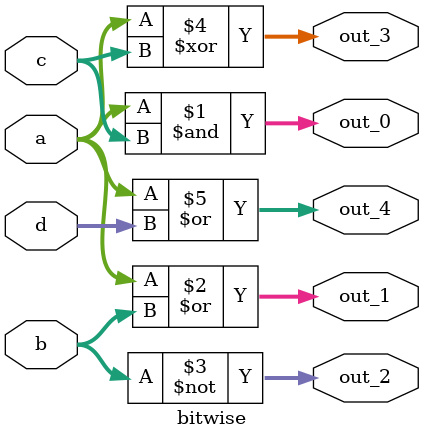
<source format=v>
module bitwise(a,b,c,d,out_0,out_1,out_2,out_3,out_4);
input[3:0] a,b,c,d;
output[3:0]out_0,out_1,out_2,out_3,out_4;

//a=4'b1001;b=4'b1100;c=4'b1x1x;d=4'b111z;
assign out_0=a&c; //4b'100x
assign out_1=a|b; //4b'1101
assign out_2=~b; //4b'0011
assign out_3=a^c; //4'b0x1x
assign out_4=a|d; //4'b1111

endmodule

</source>
